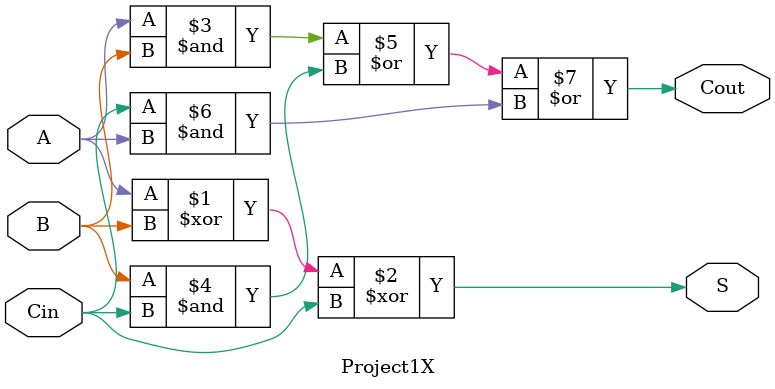
<source format=v>

module Project1X(A, B, Cin, S, Cout);
input   A, B, Cin;
output S, Cout;

assign S = A ^ B ^ Cin;
assign Cout = (A&B) | (B&Cin) | (Cin&A);


endmodule

</source>
